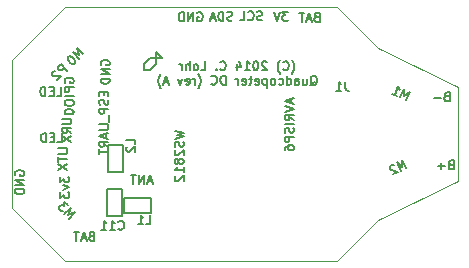
<source format=gbo>
G04 (created by PCBNEW (2013-jul-07)-stable) date Fri 06 Feb 2015 01:54:20 AM EST*
%MOIN*%
G04 Gerber Fmt 3.4, Leading zero omitted, Abs format*
%FSLAX34Y34*%
G01*
G70*
G90*
G04 APERTURE LIST*
%ADD10C,0.00590551*%
%ADD11C,0.00393701*%
%ADD12C,0.00787402*%
%ADD13C,0.006*%
%ADD14C,0.005*%
%ADD15C,0.0075*%
G04 APERTURE END LIST*
G54D10*
G54D11*
X55118Y-14960D02*
X46062Y-14960D01*
X55118Y-23425D02*
X46062Y-23425D01*
X46062Y-23425D02*
X44291Y-21653D01*
X44291Y-16732D02*
X46062Y-14960D01*
X59153Y-20767D02*
X56496Y-22047D01*
X59153Y-17618D02*
X59153Y-20767D01*
X56496Y-16338D02*
X59153Y-17618D01*
X44291Y-16732D02*
X44291Y-21653D01*
G54D12*
X48892Y-17047D02*
X48692Y-17047D01*
X49092Y-16847D02*
X48892Y-17047D01*
X49092Y-16647D02*
X49092Y-16847D01*
X49292Y-16647D02*
X49092Y-16647D01*
X49092Y-16447D02*
X49292Y-16647D01*
X49092Y-16647D02*
X49092Y-16447D01*
X48892Y-16647D02*
X49092Y-16647D01*
X48692Y-16847D02*
X48892Y-16647D01*
X48692Y-17047D02*
X48692Y-16847D01*
G54D13*
X53624Y-17175D02*
X53638Y-17161D01*
X53667Y-17118D01*
X53681Y-17090D01*
X53695Y-17047D01*
X53709Y-16975D01*
X53709Y-16918D01*
X53695Y-16847D01*
X53681Y-16804D01*
X53667Y-16775D01*
X53638Y-16732D01*
X53624Y-16718D01*
X53338Y-17032D02*
X53352Y-17047D01*
X53395Y-17061D01*
X53424Y-17061D01*
X53467Y-17047D01*
X53495Y-17018D01*
X53509Y-16990D01*
X53524Y-16932D01*
X53524Y-16890D01*
X53509Y-16832D01*
X53495Y-16804D01*
X53467Y-16775D01*
X53424Y-16761D01*
X53395Y-16761D01*
X53352Y-16775D01*
X53338Y-16790D01*
X53238Y-17175D02*
X53224Y-17161D01*
X53195Y-17118D01*
X53181Y-17090D01*
X53167Y-17047D01*
X53152Y-16975D01*
X53152Y-16918D01*
X53167Y-16847D01*
X53181Y-16804D01*
X53195Y-16775D01*
X53224Y-16732D01*
X53238Y-16718D01*
X52795Y-16790D02*
X52781Y-16775D01*
X52752Y-16761D01*
X52681Y-16761D01*
X52652Y-16775D01*
X52638Y-16790D01*
X52624Y-16818D01*
X52624Y-16847D01*
X52638Y-16890D01*
X52809Y-17061D01*
X52624Y-17061D01*
X52438Y-16761D02*
X52409Y-16761D01*
X52381Y-16775D01*
X52367Y-16790D01*
X52352Y-16818D01*
X52338Y-16875D01*
X52338Y-16947D01*
X52352Y-17004D01*
X52367Y-17032D01*
X52381Y-17047D01*
X52409Y-17061D01*
X52438Y-17061D01*
X52467Y-17047D01*
X52481Y-17032D01*
X52495Y-17004D01*
X52509Y-16947D01*
X52509Y-16875D01*
X52495Y-16818D01*
X52481Y-16790D01*
X52467Y-16775D01*
X52438Y-16761D01*
X52052Y-17061D02*
X52224Y-17061D01*
X52138Y-17061D02*
X52138Y-16761D01*
X52167Y-16804D01*
X52195Y-16832D01*
X52224Y-16847D01*
X51795Y-16861D02*
X51795Y-17061D01*
X51867Y-16747D02*
X51938Y-16961D01*
X51752Y-16961D01*
X51238Y-17032D02*
X51252Y-17047D01*
X51295Y-17061D01*
X51324Y-17061D01*
X51367Y-17047D01*
X51395Y-17018D01*
X51410Y-16990D01*
X51424Y-16932D01*
X51424Y-16890D01*
X51410Y-16832D01*
X51395Y-16804D01*
X51367Y-16775D01*
X51324Y-16761D01*
X51295Y-16761D01*
X51252Y-16775D01*
X51238Y-16790D01*
X51110Y-17032D02*
X51095Y-17047D01*
X51110Y-17061D01*
X51124Y-17047D01*
X51110Y-17032D01*
X51110Y-17061D01*
X50595Y-17061D02*
X50738Y-17061D01*
X50738Y-16761D01*
X50452Y-17061D02*
X50481Y-17047D01*
X50495Y-17032D01*
X50510Y-17004D01*
X50510Y-16918D01*
X50495Y-16890D01*
X50481Y-16875D01*
X50452Y-16861D01*
X50410Y-16861D01*
X50381Y-16875D01*
X50367Y-16890D01*
X50352Y-16918D01*
X50352Y-17004D01*
X50367Y-17032D01*
X50381Y-17047D01*
X50410Y-17061D01*
X50452Y-17061D01*
X50224Y-17061D02*
X50224Y-16761D01*
X50095Y-17061D02*
X50095Y-16904D01*
X50110Y-16875D01*
X50138Y-16861D01*
X50181Y-16861D01*
X50210Y-16875D01*
X50224Y-16890D01*
X49952Y-17061D02*
X49952Y-16861D01*
X49952Y-16918D02*
X49938Y-16890D01*
X49924Y-16875D01*
X49895Y-16861D01*
X49867Y-16861D01*
X54245Y-17570D02*
X54274Y-17555D01*
X54302Y-17527D01*
X54345Y-17484D01*
X54374Y-17470D01*
X54402Y-17470D01*
X54388Y-17541D02*
X54417Y-17527D01*
X54445Y-17498D01*
X54460Y-17441D01*
X54460Y-17341D01*
X54445Y-17284D01*
X54417Y-17255D01*
X54388Y-17241D01*
X54331Y-17241D01*
X54302Y-17255D01*
X54274Y-17284D01*
X54260Y-17341D01*
X54260Y-17441D01*
X54274Y-17498D01*
X54302Y-17527D01*
X54331Y-17541D01*
X54388Y-17541D01*
X54002Y-17341D02*
X54002Y-17541D01*
X54131Y-17341D02*
X54131Y-17498D01*
X54117Y-17527D01*
X54088Y-17541D01*
X54045Y-17541D01*
X54017Y-17527D01*
X54002Y-17512D01*
X53731Y-17541D02*
X53731Y-17384D01*
X53745Y-17355D01*
X53774Y-17341D01*
X53831Y-17341D01*
X53859Y-17355D01*
X53731Y-17527D02*
X53759Y-17541D01*
X53831Y-17541D01*
X53859Y-17527D01*
X53874Y-17498D01*
X53874Y-17470D01*
X53859Y-17441D01*
X53831Y-17427D01*
X53759Y-17427D01*
X53731Y-17412D01*
X53459Y-17541D02*
X53459Y-17241D01*
X53459Y-17527D02*
X53488Y-17541D01*
X53545Y-17541D01*
X53574Y-17527D01*
X53588Y-17512D01*
X53602Y-17484D01*
X53602Y-17398D01*
X53588Y-17370D01*
X53574Y-17355D01*
X53545Y-17341D01*
X53488Y-17341D01*
X53459Y-17355D01*
X53188Y-17527D02*
X53217Y-17541D01*
X53274Y-17541D01*
X53302Y-17527D01*
X53317Y-17512D01*
X53331Y-17484D01*
X53331Y-17398D01*
X53317Y-17370D01*
X53302Y-17355D01*
X53274Y-17341D01*
X53217Y-17341D01*
X53188Y-17355D01*
X53017Y-17541D02*
X53045Y-17527D01*
X53059Y-17512D01*
X53074Y-17484D01*
X53074Y-17398D01*
X53059Y-17370D01*
X53045Y-17355D01*
X53017Y-17341D01*
X52974Y-17341D01*
X52945Y-17355D01*
X52931Y-17370D01*
X52917Y-17398D01*
X52917Y-17484D01*
X52931Y-17512D01*
X52945Y-17527D01*
X52974Y-17541D01*
X53017Y-17541D01*
X52788Y-17341D02*
X52788Y-17641D01*
X52788Y-17355D02*
X52759Y-17341D01*
X52702Y-17341D01*
X52674Y-17355D01*
X52659Y-17370D01*
X52645Y-17398D01*
X52645Y-17484D01*
X52659Y-17512D01*
X52674Y-17527D01*
X52702Y-17541D01*
X52759Y-17541D01*
X52788Y-17527D01*
X52402Y-17527D02*
X52431Y-17541D01*
X52488Y-17541D01*
X52517Y-17527D01*
X52531Y-17498D01*
X52531Y-17384D01*
X52517Y-17355D01*
X52488Y-17341D01*
X52431Y-17341D01*
X52402Y-17355D01*
X52388Y-17384D01*
X52388Y-17412D01*
X52531Y-17441D01*
X52302Y-17341D02*
X52188Y-17341D01*
X52259Y-17241D02*
X52259Y-17498D01*
X52245Y-17527D01*
X52217Y-17541D01*
X52188Y-17541D01*
X51974Y-17527D02*
X52002Y-17541D01*
X52059Y-17541D01*
X52088Y-17527D01*
X52102Y-17498D01*
X52102Y-17384D01*
X52088Y-17355D01*
X52059Y-17341D01*
X52002Y-17341D01*
X51974Y-17355D01*
X51959Y-17384D01*
X51959Y-17412D01*
X52102Y-17441D01*
X51831Y-17541D02*
X51831Y-17341D01*
X51831Y-17398D02*
X51817Y-17370D01*
X51802Y-17355D01*
X51774Y-17341D01*
X51745Y-17341D01*
X51417Y-17541D02*
X51417Y-17241D01*
X51345Y-17241D01*
X51302Y-17255D01*
X51274Y-17284D01*
X51259Y-17312D01*
X51245Y-17370D01*
X51245Y-17412D01*
X51259Y-17470D01*
X51274Y-17498D01*
X51302Y-17527D01*
X51345Y-17541D01*
X51417Y-17541D01*
X50945Y-17512D02*
X50959Y-17527D01*
X51002Y-17541D01*
X51031Y-17541D01*
X51074Y-17527D01*
X51102Y-17498D01*
X51117Y-17470D01*
X51131Y-17412D01*
X51131Y-17370D01*
X51117Y-17312D01*
X51102Y-17284D01*
X51074Y-17255D01*
X51031Y-17241D01*
X51002Y-17241D01*
X50959Y-17255D01*
X50945Y-17270D01*
X50502Y-17655D02*
X50517Y-17641D01*
X50545Y-17598D01*
X50559Y-17570D01*
X50574Y-17527D01*
X50588Y-17455D01*
X50588Y-17398D01*
X50574Y-17327D01*
X50559Y-17284D01*
X50545Y-17255D01*
X50517Y-17212D01*
X50502Y-17198D01*
X50388Y-17541D02*
X50388Y-17341D01*
X50388Y-17398D02*
X50374Y-17370D01*
X50359Y-17355D01*
X50331Y-17341D01*
X50302Y-17341D01*
X50088Y-17527D02*
X50117Y-17541D01*
X50174Y-17541D01*
X50202Y-17527D01*
X50217Y-17498D01*
X50217Y-17384D01*
X50202Y-17355D01*
X50174Y-17341D01*
X50117Y-17341D01*
X50088Y-17355D01*
X50074Y-17384D01*
X50074Y-17412D01*
X50217Y-17441D01*
X49974Y-17341D02*
X49902Y-17541D01*
X49831Y-17341D01*
X49502Y-17455D02*
X49359Y-17455D01*
X49531Y-17541D02*
X49431Y-17241D01*
X49331Y-17541D01*
X49259Y-17655D02*
X49245Y-17641D01*
X49217Y-17598D01*
X49202Y-17570D01*
X49188Y-17527D01*
X49174Y-17455D01*
X49174Y-17398D01*
X49188Y-17327D01*
X49202Y-17284D01*
X49217Y-17255D01*
X49245Y-17212D01*
X49259Y-17198D01*
X47265Y-16886D02*
X47251Y-16857D01*
X47251Y-16815D01*
X47265Y-16772D01*
X47294Y-16743D01*
X47322Y-16729D01*
X47380Y-16715D01*
X47422Y-16715D01*
X47480Y-16729D01*
X47508Y-16743D01*
X47537Y-16772D01*
X47551Y-16815D01*
X47551Y-16843D01*
X47537Y-16886D01*
X47522Y-16900D01*
X47422Y-16900D01*
X47422Y-16843D01*
X47551Y-17029D02*
X47251Y-17029D01*
X47551Y-17200D01*
X47251Y-17200D01*
X47551Y-17343D02*
X47251Y-17343D01*
X47251Y-17415D01*
X47265Y-17457D01*
X47294Y-17486D01*
X47322Y-17500D01*
X47380Y-17515D01*
X47422Y-17515D01*
X47480Y-17500D01*
X47508Y-17486D01*
X47537Y-17457D01*
X47551Y-17415D01*
X47551Y-17343D01*
X46065Y-17482D02*
X46051Y-17453D01*
X46051Y-17410D01*
X46065Y-17367D01*
X46094Y-17339D01*
X46122Y-17325D01*
X46180Y-17310D01*
X46222Y-17310D01*
X46280Y-17325D01*
X46308Y-17339D01*
X46337Y-17367D01*
X46351Y-17410D01*
X46351Y-17439D01*
X46337Y-17482D01*
X46322Y-17496D01*
X46222Y-17496D01*
X46222Y-17439D01*
X46351Y-17625D02*
X46051Y-17625D01*
X46051Y-17739D01*
X46065Y-17767D01*
X46080Y-17782D01*
X46108Y-17796D01*
X46151Y-17796D01*
X46180Y-17782D01*
X46194Y-17767D01*
X46208Y-17739D01*
X46208Y-17625D01*
X46351Y-17925D02*
X46051Y-17925D01*
X46051Y-18125D02*
X46051Y-18182D01*
X46065Y-18210D01*
X46094Y-18239D01*
X46151Y-18253D01*
X46251Y-18253D01*
X46308Y-18239D01*
X46337Y-18210D01*
X46351Y-18182D01*
X46351Y-18125D01*
X46337Y-18096D01*
X46308Y-18067D01*
X46251Y-18053D01*
X46151Y-18053D01*
X46094Y-18067D01*
X46065Y-18096D01*
X46051Y-18125D01*
X46051Y-18439D02*
X46051Y-18467D01*
X46065Y-18496D01*
X46080Y-18510D01*
X46108Y-18525D01*
X46165Y-18539D01*
X46237Y-18539D01*
X46294Y-18525D01*
X46322Y-18510D01*
X46337Y-18496D01*
X46351Y-18467D01*
X46351Y-18439D01*
X46337Y-18410D01*
X46322Y-18396D01*
X46294Y-18382D01*
X46237Y-18367D01*
X46165Y-18367D01*
X46108Y-18382D01*
X46080Y-18396D01*
X46065Y-18410D01*
X46051Y-18439D01*
X45979Y-18675D02*
X46222Y-18675D01*
X46250Y-18689D01*
X46265Y-18704D01*
X46279Y-18732D01*
X46279Y-18789D01*
X46265Y-18818D01*
X46250Y-18832D01*
X46222Y-18846D01*
X45979Y-18846D01*
X46279Y-19161D02*
X46136Y-19061D01*
X46279Y-18989D02*
X45979Y-18989D01*
X45979Y-19104D01*
X45993Y-19132D01*
X46008Y-19146D01*
X46036Y-19161D01*
X46079Y-19161D01*
X46108Y-19146D01*
X46122Y-19132D01*
X46136Y-19104D01*
X46136Y-18989D01*
X45979Y-19261D02*
X46279Y-19461D01*
X45979Y-19461D02*
X46279Y-19261D01*
X45846Y-19670D02*
X46089Y-19670D01*
X46117Y-19684D01*
X46132Y-19698D01*
X46146Y-19727D01*
X46146Y-19784D01*
X46132Y-19813D01*
X46117Y-19827D01*
X46089Y-19841D01*
X45846Y-19841D01*
X45846Y-19941D02*
X45846Y-20113D01*
X46146Y-20027D02*
X45846Y-20027D01*
X45846Y-20184D02*
X46146Y-20384D01*
X45846Y-20384D02*
X46146Y-20184D01*
X45910Y-20615D02*
X45910Y-20801D01*
X46024Y-20701D01*
X46024Y-20744D01*
X46039Y-20773D01*
X46053Y-20787D01*
X46081Y-20801D01*
X46153Y-20801D01*
X46181Y-20787D01*
X46196Y-20773D01*
X46210Y-20744D01*
X46210Y-20658D01*
X46196Y-20630D01*
X46181Y-20615D01*
X46010Y-20901D02*
X46210Y-20973D01*
X46010Y-21044D01*
X45910Y-21130D02*
X45910Y-21315D01*
X46024Y-21215D01*
X46024Y-21258D01*
X46039Y-21287D01*
X46053Y-21301D01*
X46081Y-21315D01*
X46153Y-21315D01*
X46181Y-21301D01*
X46196Y-21287D01*
X46210Y-21258D01*
X46210Y-21173D01*
X46196Y-21144D01*
X46181Y-21130D01*
X46946Y-22584D02*
X46903Y-22598D01*
X46889Y-22612D01*
X46875Y-22641D01*
X46875Y-22684D01*
X46889Y-22712D01*
X46903Y-22727D01*
X46932Y-22741D01*
X47046Y-22741D01*
X47046Y-22441D01*
X46946Y-22441D01*
X46917Y-22455D01*
X46903Y-22470D01*
X46889Y-22498D01*
X46889Y-22527D01*
X46903Y-22555D01*
X46917Y-22570D01*
X46946Y-22584D01*
X47046Y-22584D01*
X46760Y-22655D02*
X46617Y-22655D01*
X46789Y-22741D02*
X46689Y-22441D01*
X46589Y-22741D01*
X46532Y-22441D02*
X46360Y-22441D01*
X46446Y-22741D02*
X46446Y-22441D01*
G54D11*
X55118Y-14960D02*
X56496Y-16338D01*
X55118Y-23425D02*
X56496Y-22047D01*
G54D14*
X48000Y-20471D02*
X48000Y-19571D01*
X48000Y-19571D02*
X47500Y-19571D01*
X47500Y-19571D02*
X47500Y-20471D01*
X47500Y-20471D02*
X48000Y-20471D01*
X48038Y-21832D02*
X48938Y-21832D01*
X48938Y-21832D02*
X48938Y-21332D01*
X48938Y-21332D02*
X48038Y-21332D01*
X48038Y-21332D02*
X48038Y-21832D01*
X47950Y-21936D02*
X47950Y-21036D01*
X47950Y-21036D02*
X47450Y-21036D01*
X47450Y-21036D02*
X47450Y-21936D01*
X47450Y-21936D02*
X47950Y-21936D01*
G54D13*
X48415Y-19530D02*
X48415Y-19387D01*
X48115Y-19387D01*
X48144Y-19615D02*
X48129Y-19630D01*
X48115Y-19658D01*
X48115Y-19730D01*
X48129Y-19758D01*
X48144Y-19772D01*
X48172Y-19787D01*
X48201Y-19787D01*
X48244Y-19772D01*
X48415Y-19601D01*
X48415Y-19787D01*
X48756Y-22197D02*
X48899Y-22197D01*
X48899Y-21897D01*
X48499Y-22197D02*
X48671Y-22197D01*
X48585Y-22197D02*
X48585Y-21897D01*
X48614Y-21940D01*
X48642Y-21968D01*
X48671Y-21983D01*
X47848Y-22352D02*
X47863Y-22367D01*
X47906Y-22381D01*
X47934Y-22381D01*
X47977Y-22367D01*
X48006Y-22338D01*
X48020Y-22310D01*
X48034Y-22252D01*
X48034Y-22210D01*
X48020Y-22152D01*
X48006Y-22124D01*
X47977Y-22095D01*
X47934Y-22081D01*
X47906Y-22081D01*
X47863Y-22095D01*
X47848Y-22110D01*
X47563Y-22381D02*
X47734Y-22381D01*
X47648Y-22381D02*
X47648Y-22081D01*
X47677Y-22124D01*
X47706Y-22152D01*
X47734Y-22167D01*
X47277Y-22381D02*
X47448Y-22381D01*
X47363Y-22381D02*
X47363Y-22081D01*
X47391Y-22124D01*
X47420Y-22152D01*
X47448Y-22167D01*
X55404Y-17446D02*
X55404Y-17660D01*
X55419Y-17703D01*
X55447Y-17732D01*
X55490Y-17746D01*
X55519Y-17746D01*
X55105Y-17746D02*
X55276Y-17746D01*
X55190Y-17746D02*
X55190Y-17446D01*
X55219Y-17489D01*
X55247Y-17517D01*
X55276Y-17532D01*
X53605Y-18022D02*
X53605Y-18165D01*
X53691Y-17994D02*
X53391Y-18094D01*
X53691Y-18194D01*
X53391Y-18251D02*
X53691Y-18351D01*
X53391Y-18451D01*
X53691Y-18722D02*
X53548Y-18622D01*
X53691Y-18551D02*
X53391Y-18551D01*
X53391Y-18665D01*
X53405Y-18694D01*
X53420Y-18708D01*
X53448Y-18722D01*
X53491Y-18722D01*
X53520Y-18708D01*
X53534Y-18694D01*
X53548Y-18665D01*
X53548Y-18551D01*
X53691Y-18851D02*
X53391Y-18851D01*
X53677Y-18980D02*
X53691Y-19022D01*
X53691Y-19094D01*
X53677Y-19122D01*
X53662Y-19137D01*
X53634Y-19151D01*
X53605Y-19151D01*
X53577Y-19137D01*
X53562Y-19122D01*
X53548Y-19094D01*
X53534Y-19037D01*
X53520Y-19008D01*
X53505Y-18994D01*
X53477Y-18980D01*
X53448Y-18980D01*
X53420Y-18994D01*
X53405Y-19008D01*
X53391Y-19037D01*
X53391Y-19108D01*
X53405Y-19151D01*
X53691Y-19280D02*
X53391Y-19280D01*
X53391Y-19394D01*
X53405Y-19422D01*
X53420Y-19437D01*
X53448Y-19451D01*
X53491Y-19451D01*
X53520Y-19437D01*
X53534Y-19422D01*
X53548Y-19394D01*
X53548Y-19280D01*
X53391Y-19708D02*
X53391Y-19651D01*
X53405Y-19622D01*
X53420Y-19608D01*
X53462Y-19580D01*
X53520Y-19565D01*
X53634Y-19565D01*
X53662Y-19580D01*
X53677Y-19594D01*
X53691Y-19622D01*
X53691Y-19680D01*
X53677Y-19708D01*
X53662Y-19722D01*
X53634Y-19737D01*
X53562Y-19737D01*
X53534Y-19722D01*
X53520Y-19708D01*
X53505Y-19680D01*
X53505Y-19622D01*
X53520Y-19594D01*
X53534Y-19580D01*
X53562Y-19565D01*
X47354Y-17787D02*
X47354Y-17887D01*
X47511Y-17930D02*
X47511Y-17787D01*
X47211Y-17787D01*
X47211Y-17930D01*
X47497Y-18044D02*
X47511Y-18087D01*
X47511Y-18159D01*
X47497Y-18187D01*
X47482Y-18201D01*
X47454Y-18216D01*
X47425Y-18216D01*
X47397Y-18201D01*
X47382Y-18187D01*
X47368Y-18159D01*
X47354Y-18101D01*
X47340Y-18073D01*
X47325Y-18059D01*
X47297Y-18044D01*
X47268Y-18044D01*
X47240Y-18059D01*
X47225Y-18073D01*
X47211Y-18101D01*
X47211Y-18173D01*
X47225Y-18216D01*
X47511Y-18344D02*
X47211Y-18344D01*
X47211Y-18459D01*
X47225Y-18487D01*
X47240Y-18501D01*
X47268Y-18516D01*
X47311Y-18516D01*
X47340Y-18501D01*
X47354Y-18487D01*
X47368Y-18459D01*
X47368Y-18344D01*
X47540Y-18573D02*
X47540Y-18801D01*
X47211Y-18873D02*
X47454Y-18873D01*
X47482Y-18887D01*
X47497Y-18901D01*
X47511Y-18930D01*
X47511Y-18987D01*
X47497Y-19016D01*
X47482Y-19030D01*
X47454Y-19044D01*
X47211Y-19044D01*
X47425Y-19173D02*
X47425Y-19316D01*
X47511Y-19144D02*
X47211Y-19244D01*
X47511Y-19344D01*
X47511Y-19616D02*
X47368Y-19516D01*
X47511Y-19444D02*
X47211Y-19444D01*
X47211Y-19559D01*
X47225Y-19587D01*
X47240Y-19601D01*
X47268Y-19616D01*
X47311Y-19616D01*
X47340Y-19601D01*
X47354Y-19587D01*
X47368Y-19559D01*
X47368Y-19444D01*
X47211Y-19701D02*
X47211Y-19873D01*
X47511Y-19787D02*
X47211Y-19787D01*
X48964Y-20769D02*
X48822Y-20769D01*
X48993Y-20855D02*
X48893Y-20555D01*
X48793Y-20855D01*
X48693Y-20855D02*
X48693Y-20555D01*
X48522Y-20855D01*
X48522Y-20555D01*
X48422Y-20555D02*
X48250Y-20555D01*
X48336Y-20855D02*
X48336Y-20555D01*
X46132Y-17079D02*
X45920Y-16867D01*
X45839Y-16947D01*
X45829Y-16978D01*
X45829Y-16998D01*
X45839Y-17028D01*
X45869Y-17058D01*
X45900Y-17069D01*
X45920Y-17069D01*
X45950Y-17058D01*
X46031Y-16978D01*
X45738Y-17089D02*
X45718Y-17089D01*
X45687Y-17099D01*
X45637Y-17149D01*
X45627Y-17180D01*
X45627Y-17200D01*
X45637Y-17230D01*
X45657Y-17250D01*
X45698Y-17271D01*
X45940Y-17271D01*
X45809Y-17402D01*
X46675Y-16539D02*
X46463Y-16327D01*
X46544Y-16549D01*
X46322Y-16468D01*
X46534Y-16680D01*
X46180Y-16610D02*
X46160Y-16630D01*
X46150Y-16660D01*
X46150Y-16680D01*
X46160Y-16711D01*
X46190Y-16761D01*
X46241Y-16812D01*
X46291Y-16842D01*
X46322Y-16852D01*
X46342Y-16852D01*
X46372Y-16842D01*
X46392Y-16822D01*
X46402Y-16791D01*
X46402Y-16771D01*
X46392Y-16741D01*
X46362Y-16690D01*
X46311Y-16640D01*
X46261Y-16610D01*
X46231Y-16599D01*
X46210Y-16599D01*
X46180Y-16610D01*
X57428Y-18052D02*
X57555Y-17780D01*
X57374Y-17932D01*
X57374Y-17696D01*
X57247Y-17968D01*
X56975Y-17841D02*
X57130Y-17913D01*
X57053Y-17877D02*
X57180Y-17605D01*
X57187Y-17656D01*
X57201Y-17694D01*
X57221Y-17719D01*
X57441Y-20327D02*
X57314Y-20055D01*
X57314Y-20291D01*
X57133Y-20140D01*
X57260Y-20411D01*
X57028Y-20220D02*
X57009Y-20213D01*
X56978Y-20212D01*
X56913Y-20242D01*
X56893Y-20267D01*
X56886Y-20286D01*
X56885Y-20318D01*
X56897Y-20344D01*
X56928Y-20377D01*
X57156Y-20460D01*
X56988Y-20538D01*
X46188Y-22008D02*
X46400Y-21796D01*
X46177Y-21877D01*
X46258Y-21655D01*
X46046Y-21867D01*
X46177Y-21574D02*
X46046Y-21442D01*
X46036Y-21594D01*
X46006Y-21564D01*
X45975Y-21554D01*
X45955Y-21554D01*
X45925Y-21564D01*
X45874Y-21614D01*
X45864Y-21645D01*
X45864Y-21665D01*
X45874Y-21695D01*
X45935Y-21756D01*
X45965Y-21766D01*
X45985Y-21766D01*
X58782Y-17940D02*
X58739Y-17954D01*
X58725Y-17968D01*
X58710Y-17997D01*
X58710Y-18040D01*
X58725Y-18068D01*
X58739Y-18083D01*
X58768Y-18097D01*
X58882Y-18097D01*
X58882Y-17797D01*
X58782Y-17797D01*
X58753Y-17811D01*
X58739Y-17826D01*
X58725Y-17854D01*
X58725Y-17883D01*
X58739Y-17911D01*
X58753Y-17926D01*
X58782Y-17940D01*
X58882Y-17940D01*
X58582Y-17983D02*
X58353Y-17983D01*
X58922Y-20215D02*
X58879Y-20229D01*
X58865Y-20243D01*
X58850Y-20272D01*
X58850Y-20315D01*
X58865Y-20343D01*
X58879Y-20358D01*
X58908Y-20372D01*
X59022Y-20372D01*
X59022Y-20072D01*
X58922Y-20072D01*
X58893Y-20086D01*
X58879Y-20101D01*
X58865Y-20129D01*
X58865Y-20158D01*
X58879Y-20186D01*
X58893Y-20201D01*
X58922Y-20215D01*
X59022Y-20215D01*
X58722Y-20258D02*
X58493Y-20258D01*
X58608Y-20372D02*
X58608Y-20143D01*
X49717Y-19088D02*
X50017Y-19159D01*
X49803Y-19216D01*
X50017Y-19273D01*
X49717Y-19345D01*
X50003Y-19445D02*
X50017Y-19488D01*
X50017Y-19559D01*
X50003Y-19588D01*
X49988Y-19602D01*
X49960Y-19616D01*
X49931Y-19616D01*
X49903Y-19602D01*
X49888Y-19588D01*
X49874Y-19559D01*
X49860Y-19502D01*
X49846Y-19473D01*
X49831Y-19459D01*
X49803Y-19445D01*
X49774Y-19445D01*
X49746Y-19459D01*
X49731Y-19473D01*
X49717Y-19502D01*
X49717Y-19573D01*
X49731Y-19616D01*
X49746Y-19731D02*
X49731Y-19745D01*
X49717Y-19773D01*
X49717Y-19845D01*
X49731Y-19873D01*
X49746Y-19888D01*
X49774Y-19902D01*
X49803Y-19902D01*
X49846Y-19888D01*
X50017Y-19716D01*
X50017Y-19902D01*
X49846Y-20073D02*
X49831Y-20045D01*
X49817Y-20031D01*
X49788Y-20016D01*
X49774Y-20016D01*
X49746Y-20031D01*
X49731Y-20045D01*
X49717Y-20073D01*
X49717Y-20131D01*
X49731Y-20159D01*
X49746Y-20173D01*
X49774Y-20188D01*
X49788Y-20188D01*
X49817Y-20173D01*
X49831Y-20159D01*
X49846Y-20131D01*
X49846Y-20073D01*
X49860Y-20045D01*
X49874Y-20031D01*
X49903Y-20016D01*
X49960Y-20016D01*
X49988Y-20031D01*
X50003Y-20045D01*
X50017Y-20073D01*
X50017Y-20131D01*
X50003Y-20159D01*
X49988Y-20173D01*
X49960Y-20188D01*
X49903Y-20188D01*
X49874Y-20173D01*
X49860Y-20159D01*
X49846Y-20131D01*
X50017Y-20473D02*
X50017Y-20302D01*
X50017Y-20388D02*
X49717Y-20388D01*
X49760Y-20359D01*
X49788Y-20331D01*
X49803Y-20302D01*
X49746Y-20588D02*
X49731Y-20602D01*
X49717Y-20631D01*
X49717Y-20702D01*
X49731Y-20731D01*
X49746Y-20745D01*
X49774Y-20759D01*
X49803Y-20759D01*
X49846Y-20745D01*
X50017Y-20573D01*
X50017Y-20759D01*
X51644Y-15407D02*
X51601Y-15421D01*
X51529Y-15421D01*
X51501Y-15407D01*
X51487Y-15392D01*
X51472Y-15364D01*
X51472Y-15335D01*
X51487Y-15307D01*
X51501Y-15292D01*
X51529Y-15278D01*
X51587Y-15264D01*
X51615Y-15250D01*
X51629Y-15235D01*
X51644Y-15207D01*
X51644Y-15178D01*
X51629Y-15150D01*
X51615Y-15135D01*
X51587Y-15121D01*
X51515Y-15121D01*
X51472Y-15135D01*
X51344Y-15421D02*
X51344Y-15121D01*
X51272Y-15121D01*
X51230Y-15135D01*
X51201Y-15164D01*
X51187Y-15192D01*
X51172Y-15250D01*
X51172Y-15292D01*
X51187Y-15350D01*
X51201Y-15378D01*
X51230Y-15407D01*
X51272Y-15421D01*
X51344Y-15421D01*
X51058Y-15335D02*
X50915Y-15335D01*
X51087Y-15421D02*
X50987Y-15121D01*
X50887Y-15421D01*
X52637Y-15387D02*
X52594Y-15401D01*
X52522Y-15401D01*
X52494Y-15387D01*
X52479Y-15372D01*
X52465Y-15344D01*
X52465Y-15315D01*
X52479Y-15287D01*
X52494Y-15272D01*
X52522Y-15258D01*
X52579Y-15244D01*
X52608Y-15230D01*
X52622Y-15215D01*
X52637Y-15187D01*
X52637Y-15158D01*
X52622Y-15130D01*
X52608Y-15115D01*
X52579Y-15101D01*
X52508Y-15101D01*
X52465Y-15115D01*
X52165Y-15372D02*
X52180Y-15387D01*
X52222Y-15401D01*
X52251Y-15401D01*
X52294Y-15387D01*
X52322Y-15358D01*
X52337Y-15330D01*
X52351Y-15272D01*
X52351Y-15230D01*
X52337Y-15172D01*
X52322Y-15144D01*
X52294Y-15115D01*
X52251Y-15101D01*
X52222Y-15101D01*
X52180Y-15115D01*
X52165Y-15130D01*
X51894Y-15401D02*
X52037Y-15401D01*
X52037Y-15101D01*
X53498Y-15121D02*
X53312Y-15121D01*
X53412Y-15235D01*
X53369Y-15235D01*
X53341Y-15250D01*
X53327Y-15264D01*
X53312Y-15292D01*
X53312Y-15364D01*
X53327Y-15392D01*
X53341Y-15407D01*
X53369Y-15421D01*
X53455Y-15421D01*
X53484Y-15407D01*
X53498Y-15392D01*
X53227Y-15121D02*
X53127Y-15421D01*
X53027Y-15121D01*
X50478Y-15145D02*
X50507Y-15131D01*
X50550Y-15131D01*
X50592Y-15145D01*
X50621Y-15174D01*
X50635Y-15202D01*
X50650Y-15260D01*
X50650Y-15302D01*
X50635Y-15360D01*
X50621Y-15388D01*
X50592Y-15417D01*
X50550Y-15431D01*
X50521Y-15431D01*
X50478Y-15417D01*
X50464Y-15402D01*
X50464Y-15302D01*
X50521Y-15302D01*
X50335Y-15431D02*
X50335Y-15131D01*
X50164Y-15431D01*
X50164Y-15131D01*
X50021Y-15431D02*
X50021Y-15131D01*
X49950Y-15131D01*
X49907Y-15145D01*
X49878Y-15174D01*
X49864Y-15202D01*
X49850Y-15260D01*
X49850Y-15302D01*
X49864Y-15360D01*
X49878Y-15388D01*
X49907Y-15417D01*
X49950Y-15431D01*
X50021Y-15431D01*
X45809Y-19462D02*
X45952Y-19462D01*
X45952Y-19162D01*
X45709Y-19305D02*
X45609Y-19305D01*
X45567Y-19462D02*
X45709Y-19462D01*
X45709Y-19162D01*
X45567Y-19162D01*
X45438Y-19462D02*
X45438Y-19162D01*
X45367Y-19162D01*
X45324Y-19176D01*
X45295Y-19205D01*
X45281Y-19233D01*
X45267Y-19291D01*
X45267Y-19333D01*
X45281Y-19391D01*
X45295Y-19419D01*
X45324Y-19448D01*
X45367Y-19462D01*
X45438Y-19462D01*
X45786Y-17923D02*
X45929Y-17923D01*
X45929Y-17623D01*
X45686Y-17766D02*
X45586Y-17766D01*
X45544Y-17923D02*
X45686Y-17923D01*
X45686Y-17623D01*
X45544Y-17623D01*
X45415Y-17923D02*
X45415Y-17623D01*
X45344Y-17623D01*
X45301Y-17637D01*
X45272Y-17666D01*
X45258Y-17694D01*
X45244Y-17752D01*
X45244Y-17794D01*
X45258Y-17852D01*
X45272Y-17880D01*
X45301Y-17909D01*
X45344Y-17923D01*
X45415Y-17923D01*
X44412Y-20570D02*
X44398Y-20541D01*
X44398Y-20499D01*
X44412Y-20456D01*
X44441Y-20427D01*
X44469Y-20413D01*
X44527Y-20399D01*
X44569Y-20399D01*
X44627Y-20413D01*
X44655Y-20427D01*
X44684Y-20456D01*
X44698Y-20499D01*
X44698Y-20527D01*
X44684Y-20570D01*
X44669Y-20584D01*
X44569Y-20584D01*
X44569Y-20527D01*
X44698Y-20713D02*
X44398Y-20713D01*
X44698Y-20884D01*
X44398Y-20884D01*
X44698Y-21027D02*
X44398Y-21027D01*
X44398Y-21099D01*
X44412Y-21141D01*
X44441Y-21170D01*
X44469Y-21184D01*
X44527Y-21199D01*
X44569Y-21199D01*
X44627Y-21184D01*
X44655Y-21170D01*
X44684Y-21141D01*
X44698Y-21099D01*
X44698Y-21027D01*
G54D15*
X54450Y-15287D02*
X54407Y-15301D01*
X54393Y-15315D01*
X54379Y-15344D01*
X54379Y-15387D01*
X54393Y-15415D01*
X54407Y-15430D01*
X54436Y-15444D01*
X54550Y-15444D01*
X54550Y-15144D01*
X54450Y-15144D01*
X54421Y-15158D01*
X54407Y-15173D01*
X54393Y-15201D01*
X54393Y-15230D01*
X54407Y-15258D01*
X54421Y-15273D01*
X54450Y-15287D01*
X54550Y-15287D01*
X54264Y-15358D02*
X54121Y-15358D01*
X54293Y-15444D02*
X54193Y-15144D01*
X54093Y-15444D01*
X54036Y-15144D02*
X53864Y-15144D01*
X53950Y-15444D02*
X53950Y-15144D01*
M02*

</source>
